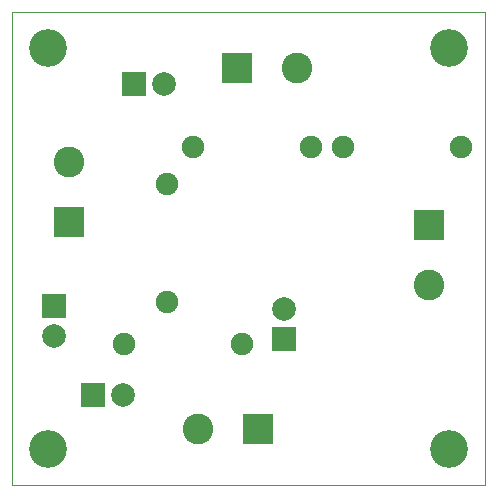
<source format=gbs>
G04 Layer_Color=16711935*
%FSLAX44Y44*%
%MOMM*%
G71*
G01*
G75*
%ADD17C,0.1000*%
%ADD35R,2.0032X2.0032*%
%ADD36C,2.0032*%
%ADD37R,2.0032X2.0032*%
%ADD38C,2.6032*%
%ADD39R,2.6032X2.6032*%
%ADD40C,1.9032*%
%ADD41R,2.6032X2.6032*%
%ADD42C,3.2032*%
D17*
X0Y0D02*
Y400000D01*
Y0D02*
X400000D01*
Y400000D01*
X0D02*
X400000D01*
D35*
X68580Y76200D02*
D03*
X102870Y339090D02*
D03*
D36*
X93980Y76200D02*
D03*
X35560Y125730D02*
D03*
X229870Y148590D02*
D03*
X128270Y339090D02*
D03*
D37*
X35560Y151130D02*
D03*
X229870Y123190D02*
D03*
D38*
X353060Y168910D02*
D03*
X48260Y273050D02*
D03*
X241300Y353060D02*
D03*
X157480Y46990D02*
D03*
D39*
X353060Y219710D02*
D03*
X48260Y222250D02*
D03*
D40*
X280200Y285750D02*
D03*
X380200D02*
D03*
X153200D02*
D03*
X253200D02*
D03*
X130810Y154470D02*
D03*
Y254470D02*
D03*
X194780Y119380D02*
D03*
X94780D02*
D03*
D41*
X190500Y353060D02*
D03*
X208280Y46990D02*
D03*
D42*
X30000Y370000D02*
D03*
X370000Y30000D02*
D03*
Y370000D02*
D03*
X30000Y30000D02*
D03*
M02*

</source>
